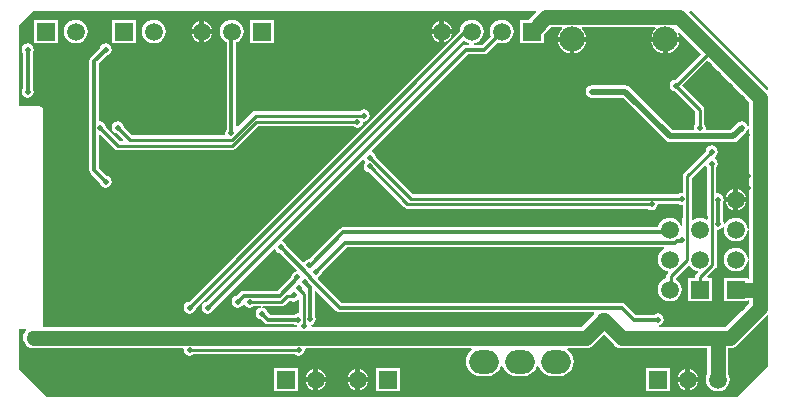
<source format=gbl>
G04*
G04 #@! TF.GenerationSoftware,Altium Limited,Altium Designer,21.4.1 (30)*
G04*
G04 Layer_Physical_Order=2*
G04 Layer_Color=16711680*
%FSLAX44Y44*%
%MOMM*%
G71*
G04*
G04 #@! TF.SameCoordinates,C0E257CA-E608-45CC-978B-2DEEB779FBD1*
G04*
G04*
G04 #@! TF.FilePolarity,Positive*
G04*
G01*
G75*
%ADD10C,0.2540*%
%ADD69C,1.2700*%
%ADD70C,0.3048*%
%ADD71C,0.5080*%
%ADD73O,2.5000X2.0000*%
%ADD74C,1.5000*%
%ADD75R,1.5000X1.5000*%
%ADD76C,2.1450*%
%ADD77R,1.5000X1.5000*%
%ADD78C,0.5000*%
%ADD79C,1.2700*%
G36*
X694627Y930827D02*
X688239Y924440D01*
X680840D01*
Y904360D01*
X700920D01*
Y911759D01*
X707009Y917848D01*
X716534D01*
X716942Y916646D01*
X716485Y916295D01*
X714562Y913789D01*
X713354Y910871D01*
X713192Y909645D01*
X736888D01*
X736726Y910871D01*
X735518Y913789D01*
X733595Y916295D01*
X733138Y916646D01*
X733546Y917848D01*
X795534D01*
X795942Y916646D01*
X795485Y916295D01*
X793562Y913789D01*
X792354Y910871D01*
X792192Y909645D01*
X815888D01*
X815726Y910871D01*
X814761Y913202D01*
X815837Y913922D01*
X834193Y895566D01*
X812357Y873731D01*
X810834Y873428D01*
X809166Y872314D01*
X808052Y870647D01*
X807661Y868680D01*
X808052Y866713D01*
X809166Y865046D01*
X810834Y863932D01*
X812357Y863629D01*
X829235Y846751D01*
Y836378D01*
X828372Y835087D01*
X827981Y833120D01*
X828169Y832177D01*
X827363Y831195D01*
X810002D01*
X773934Y867262D01*
X772254Y868385D01*
X770272Y868780D01*
X741680D01*
X739698Y868385D01*
X738018Y867262D01*
X736895Y865582D01*
X736500Y863600D01*
X736895Y861618D01*
X738018Y859938D01*
X739698Y858815D01*
X741680Y858420D01*
X768126D01*
X804194Y822353D01*
X805874Y821230D01*
X807856Y820836D01*
X861575D01*
X863558Y821230D01*
X865238Y822353D01*
X872343Y829457D01*
X873465Y831138D01*
X873683Y832234D01*
X874953Y832109D01*
Y802640D01*
Y747172D01*
X873683Y747089D01*
X873382Y749381D01*
X872370Y751823D01*
X870761Y753921D01*
X868663Y755530D01*
X866221Y756542D01*
X863600Y756887D01*
X860979Y756542D01*
X858537Y755530D01*
X856439Y753921D01*
X854830Y751823D01*
X854777Y751695D01*
X853568Y751845D01*
X853487Y751899D01*
X853108Y753807D01*
X852504Y754710D01*
Y769290D01*
X853108Y770193D01*
X853499Y772160D01*
X853108Y774127D01*
X851994Y775794D01*
X850327Y776908D01*
X848360Y777299D01*
X848146Y777256D01*
X847165Y778062D01*
Y799382D01*
X848028Y800674D01*
X848419Y802640D01*
X848028Y804606D01*
X846914Y806274D01*
X845859Y806978D01*
Y808462D01*
X846914Y809166D01*
X848028Y810834D01*
X848419Y812800D01*
X848028Y814766D01*
X846914Y816434D01*
X845247Y817548D01*
X843280Y817939D01*
X841313Y817548D01*
X839646Y816434D01*
X838532Y814766D01*
X838229Y813243D01*
X819799Y794813D01*
X818957Y793552D01*
X818661Y792066D01*
Y778009D01*
X818268Y777686D01*
X816301Y777295D01*
X815010Y776432D01*
X590501D01*
X558771Y808163D01*
X558468Y809687D01*
X557354Y811354D01*
X555853Y812357D01*
X555362Y813662D01*
X636716Y895016D01*
X650240D01*
X651826Y895332D01*
X653170Y896230D01*
X661939Y904999D01*
X662859Y904618D01*
X665480Y904273D01*
X668101Y904618D01*
X670543Y905630D01*
X672641Y907239D01*
X674250Y909337D01*
X675262Y911779D01*
X675607Y914400D01*
X675262Y917021D01*
X674250Y919463D01*
X672641Y921561D01*
X670543Y923170D01*
X668101Y924182D01*
X665480Y924527D01*
X662859Y924182D01*
X660417Y923170D01*
X658319Y921561D01*
X656710Y919463D01*
X655698Y917021D01*
X655353Y914400D01*
X655698Y911779D01*
X656079Y910859D01*
X648524Y903304D01*
X642444D01*
X642361Y904574D01*
X642701Y904618D01*
X645143Y905630D01*
X647241Y907239D01*
X648850Y909337D01*
X649862Y911779D01*
X650207Y914400D01*
X649862Y917021D01*
X648850Y919463D01*
X647241Y921561D01*
X645143Y923170D01*
X642701Y924182D01*
X640080Y924527D01*
X637459Y924182D01*
X635017Y923170D01*
X632919Y921561D01*
X631310Y919463D01*
X630298Y917021D01*
X630063Y915230D01*
X629783Y915043D01*
X400420Y685680D01*
X399353Y685468D01*
X397686Y684354D01*
X396572Y682686D01*
X396181Y680720D01*
X396572Y678754D01*
X397686Y677086D01*
X399353Y675972D01*
X401320Y675581D01*
X403287Y675972D01*
X404954Y677086D01*
X406068Y678754D01*
X406280Y679820D01*
X633361Y906901D01*
X635017Y905630D01*
X637459Y904618D01*
X637799Y904574D01*
X637716Y903304D01*
X635000D01*
X633414Y902988D01*
X632070Y902090D01*
X415660Y685680D01*
X414594Y685468D01*
X412926Y684354D01*
X411812Y682686D01*
X411421Y680720D01*
X411812Y678754D01*
X412926Y677086D01*
X414594Y675972D01*
X416560Y675581D01*
X418526Y675972D01*
X420194Y677086D01*
X421308Y678754D01*
X421520Y679820D01*
X472336Y730636D01*
X473551Y730267D01*
X473602Y730014D01*
X474716Y728347D01*
X476383Y727233D01*
X477449Y727021D01*
X491804Y712665D01*
X491386Y711287D01*
X490542Y711119D01*
X488875Y710005D01*
X487761Y708338D01*
X487424Y706644D01*
X475804Y695024D01*
X447040D01*
X445454Y694708D01*
X444110Y693810D01*
X441060Y690760D01*
X439994Y690548D01*
X438326Y689434D01*
X437212Y687766D01*
X436821Y685800D01*
X437212Y683833D01*
X438326Y682166D01*
X439994Y681052D01*
X441960Y680661D01*
X443927Y681052D01*
X445594Y682166D01*
X446298Y683221D01*
X447782D01*
X448486Y682166D01*
X450154Y681052D01*
X452120Y680661D01*
X454086Y681052D01*
X455378Y681915D01*
X461484D01*
X461609Y680645D01*
X460313Y680388D01*
X458646Y679274D01*
X457532Y677607D01*
X457141Y675640D01*
X457532Y673673D01*
X458646Y672006D01*
X460313Y670892D01*
X461380Y670680D01*
X464430Y667630D01*
X465774Y666732D01*
X467360Y666416D01*
X489890D01*
X490793Y665812D01*
X491737Y665625D01*
X492075Y665515D01*
X491954Y664287D01*
X278097D01*
X277039Y665480D01*
Y848360D01*
X276832Y849401D01*
X276243Y850283D01*
X275361Y850872D01*
X274320Y851079D01*
X256719D01*
Y919624D01*
X269096Y932001D01*
X694140D01*
X694627Y930827D01*
D02*
G37*
G36*
X815309Y868517D02*
X815337Y868373D01*
X815385Y868223D01*
X815454Y868067D01*
X815542Y867904D01*
X815650Y867735D01*
X815778Y867559D01*
X815926Y867377D01*
X816281Y866995D01*
X814485Y865199D01*
X814291Y865386D01*
X813921Y865702D01*
X813745Y865830D01*
X813576Y865938D01*
X813413Y866026D01*
X813257Y866095D01*
X813107Y866143D01*
X812963Y866171D01*
X812825Y866180D01*
X815300Y868655D01*
X815309Y868517D01*
D02*
G37*
G36*
X891361Y867554D02*
Y865270D01*
X890091Y865030D01*
X849620Y905500D01*
X824293Y930827D01*
X824780Y932001D01*
X826914D01*
X891361Y867554D01*
D02*
G37*
G36*
X874953Y854806D02*
Y834131D01*
X873683Y834006D01*
X873465Y835102D01*
X872343Y836783D01*
X870662Y837905D01*
X868680Y838299D01*
X866698Y837905D01*
X865017Y836783D01*
X859430Y831195D01*
X838877D01*
X838071Y832177D01*
X838259Y833120D01*
X837868Y835087D01*
X837005Y836378D01*
Y848360D01*
X836709Y849847D01*
X835867Y851107D01*
X818294Y868680D01*
X839686Y890073D01*
X874953Y854806D01*
D02*
G37*
G36*
X838482Y800925D02*
X838532Y800674D01*
X839395Y799382D01*
Y759742D01*
X839691Y758255D01*
X840005Y757785D01*
Y755568D01*
X838866Y755006D01*
X838183Y755530D01*
X835741Y756542D01*
X833120Y756887D01*
X830499Y756542D01*
X828057Y755530D01*
X827341Y754981D01*
X826877Y755209D01*
X826283Y755770D01*
X826430Y756510D01*
Y790457D01*
X837267Y801293D01*
X838482Y800925D01*
D02*
G37*
G36*
X549083Y805587D02*
X549507Y804954D01*
X550017Y803950D01*
X549507Y802946D01*
X548972Y802147D01*
X548581Y800180D01*
X548972Y798214D01*
X550086Y796546D01*
X551754Y795432D01*
X553277Y795129D01*
X582883Y765523D01*
X584144Y764681D01*
X585630Y764385D01*
X789222D01*
X790514Y763522D01*
X792480Y763131D01*
X794446Y763522D01*
X796114Y764636D01*
X797228Y766303D01*
X797619Y768270D01*
X797942Y768663D01*
X815010D01*
X816301Y767800D01*
X818268Y767409D01*
X818661Y767086D01*
Y757299D01*
X818465Y756314D01*
Y750373D01*
X817195Y750120D01*
X816490Y751823D01*
X814881Y753921D01*
X812783Y755530D01*
X810341Y756542D01*
X807720Y756887D01*
X805099Y756542D01*
X802657Y755530D01*
X800559Y753921D01*
X798950Y751823D01*
X797938Y749381D01*
X797853Y748734D01*
X531230D01*
X529645Y748418D01*
X528300Y747520D01*
X502396Y721616D01*
X500702Y721279D01*
X499035Y720165D01*
X498548Y719437D01*
X496913Y719276D01*
X483309Y732881D01*
X483097Y733947D01*
X481983Y735614D01*
X480316Y736728D01*
X480062Y736778D01*
X479694Y737994D01*
X547778Y806078D01*
X549083Y805587D01*
D02*
G37*
G36*
X853699Y748472D02*
X853473Y746760D01*
X853818Y744139D01*
X854830Y741697D01*
X856439Y739599D01*
X858537Y737990D01*
X860979Y736978D01*
X863600Y736633D01*
X866221Y736978D01*
X868663Y737990D01*
X870761Y739599D01*
X872370Y741697D01*
X873382Y744139D01*
X873683Y746431D01*
X874953Y746348D01*
Y721772D01*
X873683Y721689D01*
X873610Y722245D01*
X873382Y723981D01*
X872370Y726423D01*
X870761Y728521D01*
X868663Y730130D01*
X866221Y731142D01*
X863600Y731487D01*
X860979Y731142D01*
X858537Y730130D01*
X856439Y728521D01*
X854830Y726423D01*
X853818Y723981D01*
X853473Y721360D01*
X853818Y718739D01*
X854830Y716297D01*
X856439Y714199D01*
X858537Y712590D01*
X860979Y711578D01*
X863600Y711233D01*
X866221Y711578D01*
X868663Y712590D01*
X870761Y714199D01*
X872370Y716297D01*
X873382Y718739D01*
X873610Y720475D01*
X873683Y721031D01*
X874953Y720948D01*
Y704927D01*
X873640D01*
Y706000D01*
X853560D01*
Y685920D01*
X873640D01*
Y686993D01*
X874953D01*
Y684434D01*
X854806Y664287D01*
X798366D01*
X798241Y665557D01*
X799527Y665812D01*
X801194Y666926D01*
X802308Y668594D01*
X802699Y670560D01*
X802308Y672526D01*
X801194Y674194D01*
X799527Y675308D01*
X797560Y675699D01*
X795593Y675308D01*
X794690Y674704D01*
X778956D01*
X770010Y683650D01*
X768666Y684548D01*
X767080Y684864D01*
X530070D01*
X509726Y705208D01*
X510153Y706577D01*
X511634Y707566D01*
X512748Y709233D01*
X512960Y710300D01*
X534252Y731592D01*
X802869D01*
X803121Y730322D01*
X802657Y730130D01*
X800559Y728521D01*
X798950Y726423D01*
X797938Y723981D01*
X797593Y721360D01*
X797938Y718739D01*
X798950Y716297D01*
X800559Y714199D01*
X802657Y712590D01*
X805099Y711578D01*
X805953Y711466D01*
X806361Y710264D01*
X806114Y710017D01*
X805272Y708757D01*
X804976Y707270D01*
Y705691D01*
X802657Y704730D01*
X800559Y703121D01*
X798950Y701023D01*
X797938Y698581D01*
X797593Y695960D01*
X797938Y693339D01*
X798950Y690897D01*
X800559Y688799D01*
X802657Y687190D01*
X805099Y686178D01*
X807720Y685833D01*
X810341Y686178D01*
X812783Y687190D01*
X814881Y688799D01*
X816490Y690897D01*
X817502Y693339D01*
X817847Y695960D01*
X817502Y698581D01*
X816490Y701023D01*
X814881Y703121D01*
X813057Y704520D01*
X812982Y705805D01*
X813004Y705919D01*
X823187Y716103D01*
X824709Y715828D01*
X825959Y714199D01*
X828057Y712590D01*
X830499Y711578D01*
X831353Y711466D01*
X831761Y710264D01*
X830373Y708876D01*
X829531Y707616D01*
X829235Y706129D01*
Y706000D01*
X823080D01*
Y685920D01*
X843160D01*
Y706000D01*
X840144D01*
X839658Y707173D01*
X846637Y714152D01*
X847479Y715412D01*
X847775Y716899D01*
Y746221D01*
X848360Y746701D01*
X850327Y747092D01*
X851994Y748206D01*
X852478Y748932D01*
X853699Y748472D01*
D02*
G37*
G36*
X493955Y686701D02*
Y676462D01*
X492974Y675656D01*
X492760Y675699D01*
X490793Y675308D01*
X489890Y674704D01*
X469076D01*
X467240Y676540D01*
X467028Y677607D01*
X465914Y679274D01*
X464246Y680388D01*
X462951Y680645D01*
X463076Y681915D01*
X478924D01*
X480410Y682211D01*
X481671Y683053D01*
X485177Y686559D01*
X486744D01*
X487332Y686167D01*
X489298Y685776D01*
X491264Y686167D01*
X492685Y687116D01*
X493955Y686701D01*
D02*
G37*
G36*
X525424Y677790D02*
X526768Y676892D01*
X528354Y676576D01*
X743516D01*
X744002Y675403D01*
X732886Y664287D01*
X504747D01*
X503834Y665487D01*
X504027Y666133D01*
X504887Y666304D01*
X506554Y667418D01*
X507668Y669085D01*
X508059Y671052D01*
X507668Y673018D01*
X507064Y673922D01*
Y694491D01*
X508237Y694977D01*
X525424Y677790D01*
D02*
G37*
G36*
X891361Y673970D02*
Y631046D01*
X865014Y604699D01*
X280526D01*
X256719Y628506D01*
Y662761D01*
X262459D01*
X262769Y661491D01*
X261475Y659803D01*
X260579Y657641D01*
X260273Y655320D01*
X260579Y652999D01*
X261475Y650837D01*
X262900Y648980D01*
X264757Y647555D01*
X266919Y646659D01*
X269240Y646353D01*
X395418D01*
X396223Y645372D01*
X396181Y645160D01*
X396572Y643194D01*
X397686Y641526D01*
X399353Y640412D01*
X401320Y640021D01*
X403287Y640412D01*
X404578Y641275D01*
X490302D01*
X491594Y640412D01*
X493560Y640021D01*
X495527Y640412D01*
X497194Y641526D01*
X498308Y643194D01*
X498699Y645160D01*
X498657Y645372D01*
X499462Y646353D01*
X639851D01*
X640282Y645083D01*
X638796Y643944D01*
X636786Y641324D01*
X635523Y638274D01*
X635092Y635000D01*
X635523Y631726D01*
X636786Y628676D01*
X638796Y626056D01*
X641416Y624046D01*
X644466Y622783D01*
X647740Y622352D01*
X652740D01*
X656014Y622783D01*
X659064Y624046D01*
X661684Y626056D01*
X663694Y628676D01*
X664828Y631414D01*
X664841Y631418D01*
X666119D01*
X666132Y631414D01*
X667266Y628676D01*
X669276Y626056D01*
X671896Y624046D01*
X674946Y622783D01*
X678220Y622352D01*
X683220D01*
X686494Y622783D01*
X689544Y624046D01*
X692164Y626056D01*
X694174Y628676D01*
X695308Y631414D01*
X695321Y631418D01*
X696599D01*
X696612Y631414D01*
X697746Y628676D01*
X699756Y626056D01*
X702376Y624046D01*
X705426Y622783D01*
X708700Y622352D01*
X713700D01*
X716974Y622783D01*
X720024Y624046D01*
X722644Y626056D01*
X724654Y628676D01*
X725917Y631726D01*
X726348Y635000D01*
X725917Y638274D01*
X724654Y641324D01*
X722644Y643944D01*
X721158Y645083D01*
X721590Y646353D01*
X736600D01*
X738921Y646659D01*
X741083Y647555D01*
X742940Y648980D01*
X751840Y657879D01*
X760740Y648980D01*
X762597Y647555D01*
X764759Y646659D01*
X767080Y646353D01*
X839393D01*
Y624348D01*
X838578Y622381D01*
X838233Y619760D01*
X838578Y617139D01*
X839590Y614697D01*
X841199Y612599D01*
X843297Y610990D01*
X845739Y609978D01*
X848360Y609633D01*
X850981Y609978D01*
X853423Y610990D01*
X855521Y612599D01*
X857130Y614697D01*
X858142Y617139D01*
X858487Y619760D01*
X858142Y622381D01*
X857327Y624348D01*
Y646353D01*
X858520D01*
X860841Y646659D01*
X863003Y647555D01*
X864860Y648980D01*
X890091Y674210D01*
X891361Y673970D01*
D02*
G37*
%LPC*%
G36*
X616585Y922995D02*
Y916305D01*
X623275D01*
X623224Y916689D01*
X622341Y918823D01*
X620935Y920655D01*
X619103Y922061D01*
X616969Y922944D01*
X616585Y922995D01*
D02*
G37*
G36*
X413385D02*
Y916305D01*
X420075D01*
X420024Y916689D01*
X419141Y918823D01*
X417735Y920655D01*
X415903Y922061D01*
X413769Y922944D01*
X413385Y922995D01*
D02*
G37*
G36*
X612775D02*
X612391Y922944D01*
X610257Y922061D01*
X608425Y920655D01*
X607019Y918823D01*
X606136Y916689D01*
X606085Y916305D01*
X612775D01*
Y922995D01*
D02*
G37*
G36*
X409575D02*
X409191Y922944D01*
X407057Y922061D01*
X405225Y920655D01*
X403819Y918823D01*
X402936Y916689D01*
X402885Y916305D01*
X409575D01*
Y922995D01*
D02*
G37*
G36*
X623275Y912495D02*
X616585D01*
Y905805D01*
X616969Y905856D01*
X619103Y906739D01*
X620935Y908145D01*
X622341Y909977D01*
X623224Y912111D01*
X623275Y912495D01*
D02*
G37*
G36*
X420075D02*
X413385D01*
Y905805D01*
X413769Y905856D01*
X415903Y906739D01*
X417735Y908145D01*
X419141Y909977D01*
X420024Y912111D01*
X420075Y912495D01*
D02*
G37*
G36*
X612775D02*
X606085D01*
X606136Y912111D01*
X607019Y909977D01*
X608425Y908145D01*
X610257Y906739D01*
X612391Y905856D01*
X612775Y905805D01*
Y912495D01*
D02*
G37*
G36*
X409575D02*
X402885D01*
X402936Y912111D01*
X403819Y909977D01*
X405225Y908145D01*
X407057Y906739D01*
X409191Y905856D01*
X409575Y905805D01*
Y912495D01*
D02*
G37*
G36*
X472320Y924440D02*
X452240D01*
Y904360D01*
X472320D01*
Y924440D01*
D02*
G37*
G36*
X355480D02*
X335400D01*
Y904360D01*
X355480D01*
Y924440D01*
D02*
G37*
G36*
X289440D02*
X269360D01*
Y904360D01*
X289440D01*
Y924440D01*
D02*
G37*
G36*
X370840Y924527D02*
X368219Y924182D01*
X365777Y923170D01*
X363679Y921561D01*
X362070Y919463D01*
X361058Y917021D01*
X360713Y914400D01*
X361058Y911779D01*
X362070Y909337D01*
X363679Y907239D01*
X365777Y905630D01*
X368219Y904618D01*
X370840Y904273D01*
X373461Y904618D01*
X375903Y905630D01*
X378001Y907239D01*
X379610Y909337D01*
X380622Y911779D01*
X380967Y914400D01*
X380622Y917021D01*
X379610Y919463D01*
X378001Y921561D01*
X375903Y923170D01*
X373461Y924182D01*
X370840Y924527D01*
D02*
G37*
G36*
X304800D02*
X302179Y924182D01*
X299737Y923170D01*
X297639Y921561D01*
X296030Y919463D01*
X295018Y917021D01*
X294673Y914400D01*
X295018Y911779D01*
X296030Y909337D01*
X297639Y907239D01*
X299737Y905630D01*
X302179Y904618D01*
X304800Y904273D01*
X307421Y904618D01*
X309863Y905630D01*
X311961Y907239D01*
X313570Y909337D01*
X314582Y911779D01*
X314927Y914400D01*
X314582Y917021D01*
X313570Y919463D01*
X311961Y921561D01*
X309863Y923170D01*
X307421Y924182D01*
X304800Y924527D01*
D02*
G37*
G36*
X815888Y905835D02*
X805945D01*
Y895892D01*
X807171Y896054D01*
X810089Y897262D01*
X812595Y899185D01*
X814518Y901691D01*
X815726Y904609D01*
X815888Y905835D01*
D02*
G37*
G36*
X802135D02*
X792192D01*
X792354Y904609D01*
X793562Y901691D01*
X795485Y899185D01*
X797991Y897262D01*
X800909Y896054D01*
X802135Y895892D01*
Y905835D01*
D02*
G37*
G36*
X736888D02*
X726945D01*
Y895892D01*
X728171Y896054D01*
X731089Y897262D01*
X733595Y899185D01*
X735518Y901691D01*
X736726Y904609D01*
X736888Y905835D01*
D02*
G37*
G36*
X723135D02*
X713192D01*
X713354Y904609D01*
X714562Y901691D01*
X716485Y899185D01*
X718991Y897262D01*
X721909Y896054D01*
X723135Y895892D01*
Y905835D01*
D02*
G37*
G36*
X264160Y904299D02*
X262194Y903908D01*
X260526Y902794D01*
X259412Y901126D01*
X259021Y899160D01*
X259412Y897194D01*
X260016Y896290D01*
Y866470D01*
X259412Y865566D01*
X259021Y863600D01*
X259412Y861634D01*
X260526Y859966D01*
X262194Y858852D01*
X264160Y858461D01*
X266126Y858852D01*
X267794Y859966D01*
X268908Y861634D01*
X269299Y863600D01*
X268908Y865566D01*
X268304Y866470D01*
Y896290D01*
X268908Y897194D01*
X269299Y899160D01*
X268908Y901126D01*
X267794Y902794D01*
X266126Y903908D01*
X264160Y904299D01*
D02*
G37*
G36*
X436880Y924527D02*
X434259Y924182D01*
X431817Y923170D01*
X429719Y921561D01*
X428110Y919463D01*
X427098Y917021D01*
X426753Y914400D01*
X427098Y911779D01*
X428110Y909337D01*
X429719Y907239D01*
X431817Y905630D01*
X432494Y905350D01*
Y831758D01*
X431647Y830491D01*
X431256Y828525D01*
X431395Y827826D01*
X430590Y826845D01*
X352129D01*
X345411Y833563D01*
X345108Y835087D01*
X343994Y836754D01*
X342327Y837868D01*
X340360Y838259D01*
X338394Y837868D01*
X336726Y836754D01*
X335612Y835087D01*
X335221Y833120D01*
X335612Y831153D01*
X336726Y829486D01*
X338394Y828372D01*
X339917Y828069D01*
X345048Y822938D01*
X344562Y821765D01*
X341969D01*
X330171Y833563D01*
X329868Y835087D01*
X328754Y836754D01*
X327086Y837868D01*
X325120Y838259D01*
X324732Y838577D01*
Y887832D01*
X331100Y894200D01*
X332166Y894412D01*
X333834Y895526D01*
X334948Y897194D01*
X335339Y899160D01*
X334948Y901126D01*
X333834Y902794D01*
X332166Y903908D01*
X330200Y904299D01*
X328233Y903908D01*
X326566Y902794D01*
X325452Y901126D01*
X325240Y900060D01*
X317658Y892478D01*
X316760Y891134D01*
X316444Y889548D01*
Y797012D01*
X316760Y795426D01*
X317658Y794082D01*
X325240Y786500D01*
X325452Y785434D01*
X326566Y783766D01*
X328233Y782652D01*
X330200Y782261D01*
X332166Y782652D01*
X333834Y783766D01*
X334948Y785434D01*
X335339Y787400D01*
X334948Y789367D01*
X333834Y791034D01*
X332166Y792148D01*
X331100Y792360D01*
X324732Y798728D01*
Y826355D01*
X325905Y826841D01*
X337613Y815133D01*
X338873Y814291D01*
X340360Y813995D01*
X436880D01*
X438367Y814291D01*
X439627Y815133D01*
X458809Y834315D01*
X539674D01*
X539675Y834315D01*
X541342Y833201D01*
X543308Y832810D01*
X545275Y833201D01*
X546942Y834315D01*
X548056Y835982D01*
X548447Y837948D01*
X548640Y838141D01*
X550606Y838532D01*
X552274Y839646D01*
X553388Y841313D01*
X553779Y843280D01*
X553388Y845247D01*
X552274Y846914D01*
X550606Y848028D01*
X548640Y848419D01*
X546674Y848028D01*
X545382Y847165D01*
X457200D01*
X455713Y846869D01*
X454453Y846027D01*
X441954Y833528D01*
X440781Y834014D01*
Y905149D01*
X441943Y905630D01*
X444041Y907239D01*
X445650Y909337D01*
X446662Y911779D01*
X447007Y914400D01*
X446662Y917021D01*
X445650Y919463D01*
X444041Y921561D01*
X441943Y923170D01*
X439501Y924182D01*
X436880Y924527D01*
D02*
G37*
G36*
X865505Y780755D02*
Y774065D01*
X872195D01*
X872144Y774449D01*
X871261Y776583D01*
X869855Y778415D01*
X868023Y779821D01*
X865889Y780704D01*
X865505Y780755D01*
D02*
G37*
G36*
X861695D02*
X861311Y780704D01*
X859177Y779821D01*
X857345Y778415D01*
X855939Y776583D01*
X855056Y774449D01*
X855005Y774065D01*
X861695D01*
Y780755D01*
D02*
G37*
G36*
X872195Y770255D02*
X865505D01*
Y763565D01*
X865889Y763616D01*
X868023Y764499D01*
X869855Y765905D01*
X871261Y767737D01*
X872144Y769871D01*
X872195Y770255D01*
D02*
G37*
G36*
X861695D02*
X855005D01*
X855056Y769871D01*
X855939Y767737D01*
X857345Y765905D01*
X859177Y764499D01*
X861311Y763616D01*
X861695Y763565D01*
Y770255D01*
D02*
G37*
G36*
X545465Y628355D02*
Y621665D01*
X552155D01*
X552104Y622049D01*
X551221Y624183D01*
X549815Y626015D01*
X547983Y627421D01*
X545849Y628304D01*
X545465Y628355D01*
D02*
G37*
G36*
X824865D02*
Y621665D01*
X831555D01*
X831504Y622049D01*
X830621Y624183D01*
X829215Y626015D01*
X827383Y627421D01*
X825249Y628304D01*
X824865Y628355D01*
D02*
G37*
G36*
X821055D02*
X820671Y628304D01*
X818537Y627421D01*
X816705Y626015D01*
X815299Y624183D01*
X814416Y622049D01*
X814365Y621665D01*
X821055D01*
Y628355D01*
D02*
G37*
G36*
X509905D02*
Y621665D01*
X516595D01*
X516544Y622049D01*
X515661Y624183D01*
X514255Y626015D01*
X512423Y627421D01*
X510289Y628304D01*
X509905Y628355D01*
D02*
G37*
G36*
X506095D02*
X505711Y628304D01*
X503577Y627421D01*
X501745Y626015D01*
X500339Y624183D01*
X499456Y622049D01*
X499405Y621665D01*
X506095D01*
Y628355D01*
D02*
G37*
G36*
X541655D02*
X541271Y628304D01*
X539137Y627421D01*
X537305Y626015D01*
X535899Y624183D01*
X535016Y622049D01*
X534965Y621665D01*
X541655D01*
Y628355D01*
D02*
G37*
G36*
X552155Y617855D02*
X545465D01*
Y611165D01*
X545849Y611216D01*
X547983Y612099D01*
X549815Y613505D01*
X551221Y615337D01*
X552104Y617471D01*
X552155Y617855D01*
D02*
G37*
G36*
X831555D02*
X824865D01*
Y611165D01*
X825249Y611216D01*
X827383Y612099D01*
X829215Y613505D01*
X830621Y615337D01*
X831504Y617471D01*
X831555Y617855D01*
D02*
G37*
G36*
X821055D02*
X814365D01*
X814416Y617471D01*
X815299Y615337D01*
X816705Y613505D01*
X818537Y612099D01*
X820671Y611216D01*
X821055Y611165D01*
Y617855D01*
D02*
G37*
G36*
X516595D02*
X509905D01*
Y611165D01*
X510289Y611216D01*
X512423Y612099D01*
X514255Y613505D01*
X515661Y615337D01*
X516544Y617471D01*
X516595Y617855D01*
D02*
G37*
G36*
X506095D02*
X499405D01*
X499456Y617471D01*
X500339Y615337D01*
X501745Y613505D01*
X503577Y612099D01*
X505711Y611216D01*
X506095Y611165D01*
Y617855D01*
D02*
G37*
G36*
X541655D02*
X534965D01*
X535016Y617471D01*
X535899Y615337D01*
X537305Y613505D01*
X539137Y612099D01*
X541271Y611216D01*
X541655Y611165D01*
Y617855D01*
D02*
G37*
G36*
X807600Y629800D02*
X787520D01*
Y609720D01*
X807600D01*
Y629800D01*
D02*
G37*
G36*
X579000D02*
X558920D01*
Y609720D01*
X579000D01*
Y629800D01*
D02*
G37*
G36*
X492640D02*
X472560D01*
Y609720D01*
X492640D01*
Y629800D01*
D02*
G37*
%LPD*%
D10*
X488827Y690444D02*
X489298Y690915D01*
X493562Y696658D02*
Y697133D01*
X497786Y690430D02*
Y692433D01*
X478924Y685800D02*
X483568Y690444D01*
X493562Y696658D02*
X497786Y692433D01*
X483568Y690444D02*
X488827D01*
X497786Y690430D02*
X497840Y690377D01*
Y665480D02*
Y690377D01*
X843280Y759742D02*
Y802640D01*
X833120Y706129D02*
X843890Y716899D01*
X843280Y759742D02*
X843890Y759132D01*
Y716899D02*
Y759132D01*
X822546Y792066D02*
X843280Y812800D01*
X822546Y756510D02*
Y792066D01*
X808861Y697101D02*
Y707270D01*
X807720Y695960D02*
X808861Y697101D01*
Y707270D02*
X822350Y720759D01*
Y756314D01*
X822546Y756510D01*
X340360Y833120D02*
X350520Y822960D01*
X436880D01*
Y817880D02*
X457200Y838200D01*
X325120Y833120D02*
X340360Y817880D01*
X436880D01*
Y822960D02*
X457200Y843280D01*
X548640D01*
X457200Y838200D02*
X543057D01*
X543308Y837948D01*
X553720Y807720D02*
X588892Y772548D01*
X818268D01*
X553720Y800180D02*
X585630Y768270D01*
X792480D01*
X497840Y665480D02*
X498092Y665228D01*
X401320Y645160D02*
X493560D01*
X452120Y685800D02*
X478924D01*
X833120Y833120D02*
Y848360D01*
X812800Y868680D02*
X833120Y848360D01*
Y695960D02*
Y706129D01*
X812800Y868680D02*
X843280Y899160D01*
D69*
X470031Y655320D02*
X736600D01*
X751840Y670560D01*
X416560Y655320D02*
X470031D01*
X883920Y802640D02*
Y858520D01*
X843280Y899160D02*
X883920Y858520D01*
Y695960D02*
Y802640D01*
X767080Y655320D02*
X848360D01*
X751840Y670560D02*
X767080Y655320D01*
X299720D02*
X416560D01*
X815625Y926815D02*
X843280Y899160D01*
X848360Y655320D02*
X858520D01*
X848360Y619760D02*
Y655320D01*
X883920Y680720D02*
Y695960D01*
X863600D02*
X883920D01*
X703295Y926815D02*
X815625D01*
X690880Y914400D02*
X703295Y926815D01*
X858520Y655320D02*
X883920Y680720D01*
X269240Y655320D02*
X299720D01*
D70*
X805550Y744590D02*
X807720Y746760D01*
X502920Y716280D02*
X531230Y744590D01*
X805550D01*
X508000Y711200D02*
X532536Y735736D01*
X812286D01*
X492508Y705868D02*
Y706372D01*
X499076Y701748D02*
Y702276D01*
Y701748D02*
X502920Y697904D01*
X477520Y690880D02*
X492508Y705868D01*
X502920Y671052D02*
Y697904D01*
X478349Y731980D02*
X503538Y706791D01*
X401320Y680720D02*
X632713Y912113D01*
X637793D01*
X640080Y914400D01*
X503538Y705536D02*
X528354Y680720D01*
X503538Y705536D02*
Y706791D01*
X812286Y735736D02*
X813629Y737079D01*
X817506D01*
X817880Y737452D01*
X848360Y751840D02*
Y772160D01*
X777240Y670560D02*
X797560D01*
X436637Y914157D02*
X436880Y914400D01*
X436395Y828525D02*
X436637Y828767D01*
Y914157D01*
X416560Y680720D02*
X635000Y899160D01*
X650240D01*
X320588Y797012D02*
Y889548D01*
X330200Y899160D01*
X320588Y797012D02*
X330200Y787400D01*
X462280Y675640D02*
X467360Y670560D01*
X492760D01*
X502668Y716532D02*
X502920Y716280D01*
X502920D01*
X767080Y680720D02*
X777240Y670560D01*
X528354Y680720D02*
X767080D01*
X447040Y690880D02*
X477520D01*
X441960Y685800D02*
X447040Y690880D01*
X650240Y899160D02*
X665480Y914400D01*
X264160Y863600D02*
Y899160D01*
D71*
X770272Y863600D02*
X807856Y826015D01*
X861575D01*
X741680Y863600D02*
X770272D01*
X861575Y826015D02*
X868680Y833120D01*
D73*
X711200Y635000D02*
D03*
X680720D02*
D03*
X650240D02*
D03*
D74*
X807720Y746760D02*
D03*
X833120D02*
D03*
X807720Y721360D02*
D03*
X833120D02*
D03*
X807720Y695960D02*
D03*
X370840Y914400D02*
D03*
X848360Y619760D02*
D03*
X822960D02*
D03*
X614680Y914400D02*
D03*
X640080D02*
D03*
X665480D02*
D03*
X863600Y721360D02*
D03*
Y746760D02*
D03*
Y772160D02*
D03*
X508000Y619760D02*
D03*
X543560D02*
D03*
X304800Y914400D02*
D03*
X411480D02*
D03*
X436880D02*
D03*
D75*
X833120Y695960D02*
D03*
X863600D02*
D03*
D76*
X725040Y907740D02*
D03*
X804040D02*
D03*
D77*
X345440Y914400D02*
D03*
X797560Y619760D02*
D03*
X690880Y914400D02*
D03*
X482600Y619760D02*
D03*
X568960D02*
D03*
X279400Y914400D02*
D03*
X462280D02*
D03*
D78*
X701040Y614680D02*
D03*
X650240D02*
D03*
X538480Y878840D02*
D03*
X518114Y877211D02*
D03*
X518160Y858520D02*
D03*
X447040D02*
D03*
X457200Y873760D02*
D03*
Y894080D02*
D03*
X477520Y899160D02*
D03*
X538480D02*
D03*
X518160D02*
D03*
X497840D02*
D03*
X487680Y863600D02*
D03*
X498284Y888984D02*
D03*
X492497Y888928D02*
D03*
X487680Y883920D02*
D03*
X483056Y888984D02*
D03*
X477044Y889040D02*
D03*
X472440Y878840D02*
D03*
X492760Y868680D02*
D03*
X482600D02*
D03*
X502920Y878840D02*
D03*
X477520Y873760D02*
D03*
X497840D02*
D03*
X472380Y884489D02*
D03*
X502948D02*
D03*
X670560Y726440D02*
D03*
X645160D02*
D03*
X711200Y751840D02*
D03*
X764073Y754727D02*
D03*
X499076Y702276D02*
D03*
X492508Y706372D02*
D03*
X493562Y697133D02*
D03*
X489298Y690915D02*
D03*
X478349Y731980D02*
D03*
X450354Y742325D02*
D03*
X441960Y731520D02*
D03*
X426720Y741680D02*
D03*
X452120Y817880D02*
D03*
X447040Y802640D02*
D03*
Y782320D02*
D03*
X381000Y685800D02*
D03*
X360680D02*
D03*
X340360D02*
D03*
X452120Y701040D02*
D03*
X304800Y751840D02*
D03*
Y721360D02*
D03*
Y690880D02*
D03*
X284480Y685800D02*
D03*
Y716280D02*
D03*
Y741680D02*
D03*
Y772160D02*
D03*
Y812800D02*
D03*
X294640Y797560D02*
D03*
X309880Y782320D02*
D03*
X325120Y772160D02*
D03*
Y751840D02*
D03*
Y731520D02*
D03*
Y711200D02*
D03*
X345440D02*
D03*
X365760D02*
D03*
X391160D02*
D03*
X416560D02*
D03*
X406400Y731520D02*
D03*
X391160Y746760D02*
D03*
X445031Y759035D02*
D03*
X426720Y762000D02*
D03*
X411480D02*
D03*
X370840Y782320D02*
D03*
X391160D02*
D03*
X411480D02*
D03*
X426720D02*
D03*
Y802640D02*
D03*
X411480D02*
D03*
X391160D02*
D03*
X370840D02*
D03*
X350520D02*
D03*
X328444Y801455D02*
D03*
X327751Y819477D02*
D03*
X313333Y830290D02*
D03*
X312363Y815318D02*
D03*
X297252Y830983D02*
D03*
X292545Y900988D02*
D03*
X292323Y889004D02*
D03*
X320040Y904240D02*
D03*
X314960Y894080D02*
D03*
X327610Y866589D02*
D03*
X421395Y830750D02*
D03*
X408359D02*
D03*
X395475Y831054D02*
D03*
X382894Y830902D02*
D03*
X370161D02*
D03*
X356216Y831357D02*
D03*
X416560Y868680D02*
D03*
X396240D02*
D03*
X386080Y858520D02*
D03*
X406400D02*
D03*
X426720D02*
D03*
X421640Y899160D02*
D03*
X411480Y894080D02*
D03*
X386080D02*
D03*
X391160Y909320D02*
D03*
X360680Y894080D02*
D03*
X325120Y914400D02*
D03*
X264887Y923878D02*
D03*
X264160Y909320D02*
D03*
X284480Y929640D02*
D03*
X325120D02*
D03*
X345440D02*
D03*
X365760D02*
D03*
X304800D02*
D03*
X406400D02*
D03*
X426720D02*
D03*
X447040D02*
D03*
X386080D02*
D03*
X487680D02*
D03*
X508000D02*
D03*
X528320D02*
D03*
X467360D02*
D03*
X548640D02*
D03*
X558800Y914400D02*
D03*
X599440D02*
D03*
X579120D02*
D03*
X609600Y929640D02*
D03*
X589280D02*
D03*
X568960D02*
D03*
Y899160D02*
D03*
X589280D02*
D03*
X609600D02*
D03*
X626408Y926954D02*
D03*
X652884D02*
D03*
X686132Y928364D02*
D03*
X662129Y900845D02*
D03*
X675706Y900724D02*
D03*
X706120Y904240D02*
D03*
X709044Y913574D02*
D03*
X728440Y844838D02*
D03*
X741680Y848360D02*
D03*
X731520Y868680D02*
D03*
X721360D02*
D03*
Y853440D02*
D03*
X711200D02*
D03*
Y868680D02*
D03*
Y883920D02*
D03*
X726440D02*
D03*
X787400Y899160D02*
D03*
X764323Y897814D02*
D03*
X741680Y899160D02*
D03*
X740199Y914786D02*
D03*
X764081Y914907D02*
D03*
X787400Y914400D02*
D03*
X822960Y899160D02*
D03*
Y889000D02*
D03*
X809299Y880963D02*
D03*
X803116Y870174D02*
D03*
X792480Y868680D02*
D03*
X784205Y831624D02*
D03*
X858520Y853440D02*
D03*
X838200Y868680D02*
D03*
X822960D02*
D03*
X833120Y878840D02*
D03*
X841278Y885772D02*
D03*
X848360Y878840D02*
D03*
X858520Y868680D02*
D03*
X868680Y858520D02*
D03*
Y843280D02*
D03*
X873427Y826370D02*
D03*
X873760Y792480D02*
D03*
Y782320D02*
D03*
X863600Y792480D02*
D03*
X853440Y797560D02*
D03*
Y787400D02*
D03*
X817880Y737452D02*
D03*
X819158Y687483D02*
D03*
X820096Y707856D02*
D03*
X792480Y690880D02*
D03*
X777240Y680720D02*
D03*
Y701040D02*
D03*
X792480Y711200D02*
D03*
X787400Y726440D02*
D03*
X782320Y716280D02*
D03*
X767080D02*
D03*
X726440Y695960D02*
D03*
X716280D02*
D03*
X736600Y716280D02*
D03*
X716280D02*
D03*
X695960Y726440D02*
D03*
X619760D02*
D03*
X599440Y843280D02*
D03*
Y817880D02*
D03*
Y802640D02*
D03*
Y782320D02*
D03*
Y756920D02*
D03*
X568960D02*
D03*
X551172Y781589D02*
D03*
X553720Y756920D02*
D03*
X543560D02*
D03*
Y772160D02*
D03*
Y792480D02*
D03*
X563880Y690880D02*
D03*
Y711200D02*
D03*
Y726440D02*
D03*
X543560D02*
D03*
Y711200D02*
D03*
Y690880D02*
D03*
X731520Y670560D02*
D03*
X716280D02*
D03*
X695960D02*
D03*
X660400D02*
D03*
X640080D02*
D03*
X619760D02*
D03*
X599440D02*
D03*
X579120D02*
D03*
X558800D02*
D03*
X538480D02*
D03*
X518160D02*
D03*
X513080Y685800D02*
D03*
X868680Y680720D02*
D03*
X858520Y675640D02*
D03*
X848360Y670560D02*
D03*
X838200D02*
D03*
X828040D02*
D03*
X817880D02*
D03*
X807720D02*
D03*
X868680Y640080D02*
D03*
X883920Y650240D02*
D03*
X878840Y624840D02*
D03*
X863600Y609600D02*
D03*
X834481Y608649D02*
D03*
X811726Y609123D02*
D03*
X833120Y635000D02*
D03*
X822960Y640080D02*
D03*
X807720D02*
D03*
X782320D02*
D03*
Y624840D02*
D03*
Y609600D02*
D03*
X751840D02*
D03*
X767080D02*
D03*
Y624840D02*
D03*
Y640080D02*
D03*
X751840Y624840D02*
D03*
X736600Y609600D02*
D03*
X751840Y655320D02*
D03*
X741680Y640080D02*
D03*
X731520Y629920D02*
D03*
X716280Y614680D02*
D03*
X685800D02*
D03*
X669269Y614101D02*
D03*
X523240Y635000D02*
D03*
X543560D02*
D03*
X563880D02*
D03*
X584200D02*
D03*
X604520D02*
D03*
X629920Y640080D02*
D03*
X614680D02*
D03*
X594360D02*
D03*
X574040D02*
D03*
X553720D02*
D03*
X533400D02*
D03*
X513080D02*
D03*
X497840Y635000D02*
D03*
X391375Y628142D02*
D03*
X381000Y640080D02*
D03*
X350520Y635000D02*
D03*
X340360Y624840D02*
D03*
X330815Y636982D02*
D03*
X320040Y614680D02*
D03*
X299720D02*
D03*
X279400D02*
D03*
X259080Y640080D02*
D03*
X307171Y638578D02*
D03*
X292052Y637684D02*
D03*
X467360Y619760D02*
D03*
X457200Y614680D02*
D03*
X553720Y858520D02*
D03*
X533400D02*
D03*
X472440Y853440D02*
D03*
X497840Y787400D02*
D03*
X508000Y802640D02*
D03*
X497840D02*
D03*
X518160Y817880D02*
D03*
X497840D02*
D03*
X508000D02*
D03*
X767184Y851776D02*
D03*
X843280Y802640D02*
D03*
X848360Y772160D02*
D03*
Y751840D02*
D03*
X797560Y670560D02*
D03*
X340360Y833120D02*
D03*
X436395Y828525D02*
D03*
X548640Y843280D02*
D03*
X543308Y837948D02*
D03*
X553720Y807720D02*
D03*
X792480Y768270D02*
D03*
X553720Y800180D02*
D03*
X818268Y772548D02*
D03*
X325120Y833120D02*
D03*
X462280Y675640D02*
D03*
X492760Y670560D02*
D03*
X498092Y665228D02*
D03*
X502920Y671052D02*
D03*
X493560Y645160D02*
D03*
X508000Y711200D02*
D03*
X502668Y716532D02*
D03*
X441960Y685800D02*
D03*
X452120D02*
D03*
X833120Y833120D02*
D03*
X868680D02*
D03*
X741680Y863600D02*
D03*
X843280Y812800D02*
D03*
X883920Y802640D02*
D03*
X416560Y680720D02*
D03*
X401320D02*
D03*
X470031Y655077D02*
D03*
X401320Y645160D02*
D03*
X416560Y655320D02*
D03*
X330200Y787400D02*
D03*
Y899160D02*
D03*
X264160Y863600D02*
D03*
Y899160D02*
D03*
X299720Y655320D02*
D03*
X812800Y868680D02*
D03*
D79*
X751840Y670560D02*
D03*
X269240Y655320D02*
D03*
M02*

</source>
